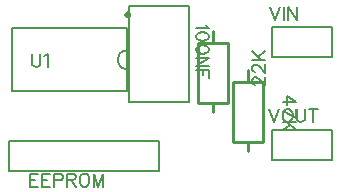
<source format=gto>
G04 Layer: TopSilkLayer*
G04 EasyEDA v6.4.19.4, 2021-06-18T20:22:14+05:30*
G04 545d4b8ce55c4096bfffc31d6a5384ca,10*
G04 Gerber Generator version 0.2*
G04 Scale: 100 percent, Rotated: No, Reflected: No *
G04 Dimensions in millimeters *
G04 leading zeros omitted , absolute positions ,4 integer and 5 decimal *
%FSLAX45Y45*%
%MOMM*%

%ADD10C,0.2540*%
%ADD16C,0.2032*%
%ADD17C,0.1524*%
%ADD18C,0.2030*%
%ADD19C,0.1778*%
%ADD20C,0.3000*%

%LPD*%
D17*
X3060700Y4776215D02*
G01*
X3102356Y4667250D01*
X3143758Y4776215D02*
G01*
X3102356Y4667250D01*
X3178047Y4776215D02*
G01*
X3178047Y4667250D01*
X3212338Y4776215D02*
G01*
X3212338Y4667250D01*
X3212338Y4776215D02*
G01*
X3285236Y4667250D01*
X3285236Y4776215D02*
G01*
X3285236Y4667250D01*
X3048000Y3912615D02*
G01*
X3089656Y3803650D01*
X3131058Y3912615D02*
G01*
X3089656Y3803650D01*
X3196590Y3912615D02*
G01*
X3186175Y3907536D01*
X3175761Y3897121D01*
X3170681Y3886707D01*
X3165347Y3870960D01*
X3165347Y3845052D01*
X3170681Y3829557D01*
X3175761Y3819144D01*
X3186175Y3808729D01*
X3196590Y3803650D01*
X3217418Y3803650D01*
X3227831Y3808729D01*
X3238245Y3819144D01*
X3243325Y3829557D01*
X3248659Y3845052D01*
X3248659Y3870960D01*
X3243325Y3886707D01*
X3238245Y3897121D01*
X3227831Y3907536D01*
X3217418Y3912615D01*
X3196590Y3912615D01*
X3282950Y3912615D02*
G01*
X3282950Y3834637D01*
X3288029Y3819144D01*
X3298443Y3808729D01*
X3313938Y3803650D01*
X3324352Y3803650D01*
X3340100Y3808729D01*
X3350259Y3819144D01*
X3355593Y3834637D01*
X3355593Y3912615D01*
X3426206Y3912615D02*
G01*
X3426206Y3803650D01*
X3389884Y3912615D02*
G01*
X3462527Y3912615D01*
X3277615Y3973829D02*
G01*
X3204972Y4025900D01*
X3204972Y3947921D01*
X3277615Y3973829D02*
G01*
X3168650Y3973829D01*
X3277615Y3840987D02*
G01*
X3168650Y3892804D01*
X3277615Y3913631D02*
G01*
X3277615Y3840987D01*
X3277615Y3806697D02*
G01*
X3168650Y3806697D01*
X3277615Y3733800D02*
G01*
X3204972Y3806697D01*
X3230879Y3780789D02*
G01*
X3168650Y3733800D01*
X2933191Y4119879D02*
G01*
X2928111Y4119879D01*
X2917697Y4125213D01*
X2912363Y4130294D01*
X2907284Y4140707D01*
X2907284Y4161536D01*
X2912363Y4171950D01*
X2917697Y4177029D01*
X2928111Y4182363D01*
X2938525Y4182363D01*
X2948940Y4177029D01*
X2964434Y4166870D01*
X3016250Y4114800D01*
X3016250Y4187444D01*
X2933191Y4227068D02*
G01*
X2928111Y4227068D01*
X2917697Y4232147D01*
X2912363Y4237481D01*
X2907284Y4247895D01*
X2907284Y4268470D01*
X2912363Y4278884D01*
X2917697Y4284218D01*
X2928111Y4289297D01*
X2938525Y4289297D01*
X2948940Y4284218D01*
X2964434Y4273804D01*
X3016250Y4221734D01*
X3016250Y4294631D01*
X2907284Y4328921D02*
G01*
X3016250Y4328921D01*
X2907284Y4401565D02*
G01*
X2979927Y4328921D01*
X2954020Y4354829D02*
G01*
X3016250Y4401565D01*
X1041400Y4382515D02*
G01*
X1041400Y4304537D01*
X1046479Y4289044D01*
X1056894Y4278629D01*
X1072642Y4273550D01*
X1083055Y4273550D01*
X1098550Y4278629D01*
X1108963Y4289044D01*
X1114044Y4304537D01*
X1114044Y4382515D01*
X1148334Y4361687D02*
G01*
X1158747Y4367021D01*
X1174495Y4382515D01*
X1174495Y4273550D01*
X1028700Y3366515D02*
G01*
X1028700Y3257550D01*
X1028700Y3366515D02*
G01*
X1096263Y3366515D01*
X1028700Y3314700D02*
G01*
X1070355Y3314700D01*
X1028700Y3257550D02*
G01*
X1096263Y3257550D01*
X1130554Y3366515D02*
G01*
X1130554Y3257550D01*
X1130554Y3366515D02*
G01*
X1198118Y3366515D01*
X1130554Y3314700D02*
G01*
X1172210Y3314700D01*
X1130554Y3257550D02*
G01*
X1198118Y3257550D01*
X1232407Y3366515D02*
G01*
X1232407Y3257550D01*
X1232407Y3366515D02*
G01*
X1279144Y3366515D01*
X1294637Y3361436D01*
X1299971Y3356102D01*
X1305052Y3345687D01*
X1305052Y3330194D01*
X1299971Y3319779D01*
X1294637Y3314700D01*
X1279144Y3309365D01*
X1232407Y3309365D01*
X1339342Y3366515D02*
G01*
X1339342Y3257550D01*
X1339342Y3366515D02*
G01*
X1386078Y3366515D01*
X1401826Y3361436D01*
X1406905Y3356102D01*
X1412239Y3345687D01*
X1412239Y3335273D01*
X1406905Y3324860D01*
X1401826Y3319779D01*
X1386078Y3314700D01*
X1339342Y3314700D01*
X1375663Y3314700D02*
G01*
X1412239Y3257550D01*
X1477518Y3366515D02*
G01*
X1467104Y3361436D01*
X1456689Y3351021D01*
X1451610Y3340607D01*
X1446529Y3324860D01*
X1446529Y3298952D01*
X1451610Y3283457D01*
X1456689Y3273044D01*
X1467104Y3262629D01*
X1477518Y3257550D01*
X1498345Y3257550D01*
X1508760Y3262629D01*
X1519173Y3273044D01*
X1524254Y3283457D01*
X1529587Y3298952D01*
X1529587Y3324860D01*
X1524254Y3340607D01*
X1519173Y3351021D01*
X1508760Y3361436D01*
X1498345Y3366515D01*
X1477518Y3366515D01*
X1563878Y3366515D02*
G01*
X1563878Y3257550D01*
X1563878Y3366515D02*
G01*
X1605279Y3257550D01*
X1646936Y3366515D02*
G01*
X1605279Y3257550D01*
X1646936Y3366515D02*
G01*
X1646936Y3257550D01*
X2520188Y4622800D02*
G01*
X2525522Y4612386D01*
X2541015Y4596892D01*
X2432050Y4596892D01*
X2541015Y4531360D02*
G01*
X2535936Y4546854D01*
X2520188Y4557268D01*
X2494279Y4562602D01*
X2478786Y4562602D01*
X2452624Y4557268D01*
X2437129Y4546854D01*
X2432050Y4531360D01*
X2432050Y4520945D01*
X2437129Y4505452D01*
X2452624Y4495037D01*
X2478786Y4489704D01*
X2494279Y4489704D01*
X2520188Y4495037D01*
X2535936Y4505452D01*
X2541015Y4520945D01*
X2541015Y4531360D01*
X2541015Y4424426D02*
G01*
X2535936Y4439920D01*
X2520188Y4450334D01*
X2494279Y4455413D01*
X2478786Y4455413D01*
X2452624Y4450334D01*
X2437129Y4439920D01*
X2432050Y4424426D01*
X2432050Y4414012D01*
X2437129Y4398263D01*
X2452624Y4387850D01*
X2478786Y4382770D01*
X2494279Y4382770D01*
X2520188Y4387850D01*
X2535936Y4398263D01*
X2541015Y4414012D01*
X2541015Y4424426D01*
X2541015Y4348479D02*
G01*
X2432050Y4348479D01*
X2541015Y4348479D02*
G01*
X2432050Y4275836D01*
X2541015Y4275836D02*
G01*
X2432050Y4275836D01*
X2541015Y4241545D02*
G01*
X2432050Y4241545D01*
X2541015Y4241545D02*
G01*
X2541015Y4173981D01*
X2489200Y4241545D02*
G01*
X2489200Y4199889D01*
D16*
X3073400Y4356100D02*
G01*
X3073400Y4607560D01*
X3581400Y4607560D01*
X3581400Y4356100D01*
X3073400Y4356100D01*
X3581400Y3733800D02*
G01*
X3581400Y3482339D01*
X3073400Y3482339D01*
X3073400Y3733800D01*
X3581400Y3733800D01*
D10*
X2997200Y4140200D02*
G01*
X2997200Y3886200D01*
X2997200Y3632200D01*
X2743200Y3632200D01*
X2743200Y4140200D01*
X2997200Y4140200D01*
X2870200Y4140200D02*
G01*
X2870200Y4241800D01*
X2870200Y3632200D02*
G01*
X2870200Y3556000D01*
X2705100Y4470400D02*
G01*
X2705100Y4216400D01*
X2705100Y3962400D01*
X2451100Y3962400D01*
X2451100Y4470400D01*
X2705100Y4470400D01*
X2578100Y4470400D02*
G01*
X2578100Y4572000D01*
X2578100Y3962400D02*
G01*
X2578100Y3886200D01*
D17*
X1846021Y4597590D02*
G01*
X1846021Y4063809D01*
X871778Y4063809D01*
X871778Y4597590D01*
X1846021Y4597590D01*
D16*
X1930400Y3390900D02*
G01*
X2120900Y3390900D01*
X2120900Y3644900D01*
X850900Y3644900D01*
X850900Y3390900D01*
D18*
X850900Y3390900D02*
G01*
X1930400Y3390900D01*
D19*
X2120900Y3975100D02*
G01*
X1866900Y3975100D01*
X1866900Y4787900D01*
X2374900Y4787900D01*
X2374900Y3975100D01*
X2120900Y3975100D01*
D17*
G75*
G01*
X1846021Y4251325D02*
G02*
X1846021Y4410075I0J79375D01*
D20*
G75*
G01
X1869211Y4711700D02*
G03X1869211Y4711700I-15011J0D01*
M02*

</source>
